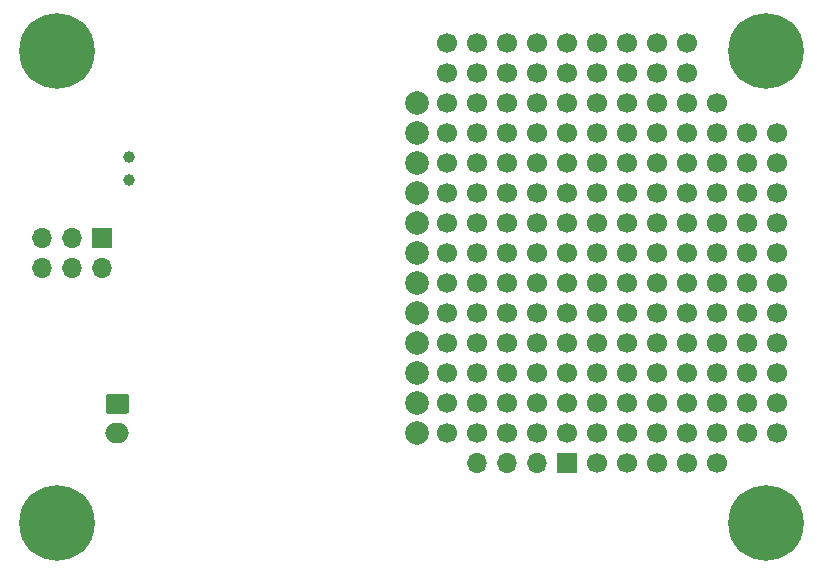
<source format=gbr>
%TF.GenerationSoftware,KiCad,Pcbnew,(5.1.10)-1*%
%TF.CreationDate,2021-09-16T15:44:01+01:00*%
%TF.ProjectId,Eos-Board,456f732d-426f-4617-9264-2e6b69636164,rev?*%
%TF.SameCoordinates,Original*%
%TF.FileFunction,Soldermask,Bot*%
%TF.FilePolarity,Negative*%
%FSLAX46Y46*%
G04 Gerber Fmt 4.6, Leading zero omitted, Abs format (unit mm)*
G04 Created by KiCad (PCBNEW (5.1.10)-1) date 2021-09-16 15:44:01*
%MOMM*%
%LPD*%
G01*
G04 APERTURE LIST*
%ADD10C,1.700000*%
%ADD11C,0.800000*%
%ADD12C,6.400000*%
%ADD13C,1.000000*%
%ADD14O,1.700000X1.700000*%
%ADD15R,1.700000X1.700000*%
%ADD16C,2.000000*%
%ADD17O,2.000000X1.700000*%
G04 APERTURE END LIST*
D10*
%TO.C,REF\u002A\u002A*%
X134620000Y-91440000D03*
%TD*%
%TO.C,REF\u002A\u002A*%
X134620000Y-88900000D03*
%TD*%
%TO.C,REF\u002A\u002A*%
X137160000Y-91440000D03*
%TD*%
%TO.C,REF\u002A\u002A*%
X137160000Y-88900000D03*
%TD*%
%TO.C,REF\u002A\u002A*%
X162560000Y-71120000D03*
%TD*%
%TO.C,REF\u002A\u002A*%
X162560000Y-68580000D03*
%TD*%
%TO.C,REF\u002A\u002A*%
X162560000Y-86360000D03*
%TD*%
%TO.C,REF\u002A\u002A*%
X162560000Y-73660000D03*
%TD*%
%TO.C,REF\u002A\u002A*%
X162560000Y-81280000D03*
%TD*%
%TO.C,REF\u002A\u002A*%
X162560000Y-76200000D03*
%TD*%
%TO.C,REF\u002A\u002A*%
X162560000Y-88900000D03*
%TD*%
%TO.C,REF\u002A\u002A*%
X162560000Y-66040000D03*
%TD*%
%TO.C,REF\u002A\u002A*%
X162560000Y-91440000D03*
%TD*%
%TO.C,REF\u002A\u002A*%
X162560000Y-83820000D03*
%TD*%
%TO.C,REF\u002A\u002A*%
X162560000Y-78740000D03*
%TD*%
%TO.C,REF\u002A\u002A*%
X160020000Y-83820000D03*
%TD*%
%TO.C,REF\u002A\u002A*%
X160020000Y-86360000D03*
%TD*%
%TO.C,REF\u002A\u002A*%
X160020000Y-88900000D03*
%TD*%
%TO.C,REF\u002A\u002A*%
X160020000Y-78740000D03*
%TD*%
%TO.C,REF\u002A\u002A*%
X160020000Y-66040000D03*
%TD*%
%TO.C,REF\u002A\u002A*%
X160020000Y-73660000D03*
%TD*%
%TO.C,REF\u002A\u002A*%
X160020000Y-71120000D03*
%TD*%
%TO.C,REF\u002A\u002A*%
X160020000Y-68580000D03*
%TD*%
%TO.C,REF\u002A\u002A*%
X160020000Y-91440000D03*
%TD*%
%TO.C,REF\u002A\u002A*%
X160020000Y-76200000D03*
%TD*%
%TO.C,REF\u002A\u002A*%
X160020000Y-81280000D03*
%TD*%
%TO.C,REF\u002A\u002A*%
X157480000Y-93980000D03*
%TD*%
%TO.C,REF\u002A\u002A*%
X157480000Y-71120000D03*
%TD*%
%TO.C,REF\u002A\u002A*%
X157480000Y-68580000D03*
%TD*%
%TO.C,REF\u002A\u002A*%
X157480000Y-76200000D03*
%TD*%
%TO.C,REF\u002A\u002A*%
X157480000Y-73660000D03*
%TD*%
%TO.C,REF\u002A\u002A*%
X157480000Y-91440000D03*
%TD*%
%TO.C,REF\u002A\u002A*%
X157480000Y-81280000D03*
%TD*%
%TO.C,REF\u002A\u002A*%
X157480000Y-78740000D03*
%TD*%
%TO.C,REF\u002A\u002A*%
X157480000Y-66040000D03*
%TD*%
%TO.C,REF\u002A\u002A*%
X157480000Y-63500000D03*
%TD*%
%TO.C,REF\u002A\u002A*%
X157480000Y-86360000D03*
%TD*%
%TO.C,REF\u002A\u002A*%
X157480000Y-83820000D03*
%TD*%
%TO.C,REF\u002A\u002A*%
X157480000Y-88900000D03*
%TD*%
%TO.C,REF\u002A\u002A*%
X152400000Y-93980000D03*
%TD*%
%TO.C,REF\u002A\u002A*%
X154940000Y-93980000D03*
%TD*%
%TO.C,REF\u002A\u002A*%
X147320000Y-93980000D03*
%TD*%
%TO.C,REF\u002A\u002A*%
X149860000Y-93980000D03*
%TD*%
%TO.C,REF\u002A\u002A*%
X134620000Y-58420000D03*
%TD*%
%TO.C,REF\u002A\u002A*%
X134620000Y-60960000D03*
%TD*%
%TO.C,REF\u002A\u002A*%
X134620000Y-71120000D03*
%TD*%
%TO.C,REF\u002A\u002A*%
X134620000Y-63500000D03*
%TD*%
%TO.C,REF\u002A\u002A*%
X134620000Y-66040000D03*
%TD*%
%TO.C,REF\u002A\u002A*%
X134620000Y-68580000D03*
%TD*%
%TO.C,REF\u002A\u002A*%
X134620000Y-73660000D03*
%TD*%
%TO.C,REF\u002A\u002A*%
X134620000Y-76200000D03*
%TD*%
%TO.C,REF\u002A\u002A*%
X134620000Y-78740000D03*
%TD*%
%TO.C,REF\u002A\u002A*%
X134620000Y-86360000D03*
%TD*%
%TO.C,REF\u002A\u002A*%
X134620000Y-81280000D03*
%TD*%
%TO.C,REF\u002A\u002A*%
X134620000Y-83820000D03*
%TD*%
%TO.C,REF\u002A\u002A*%
X152400000Y-78740000D03*
%TD*%
%TO.C,REF\u002A\u002A*%
X152400000Y-81280000D03*
%TD*%
%TO.C,REF\u002A\u002A*%
X154940000Y-78740000D03*
%TD*%
%TO.C,REF\u002A\u002A*%
X154940000Y-81280000D03*
%TD*%
%TO.C,REF\u002A\u002A*%
X152400000Y-71120000D03*
%TD*%
%TO.C,REF\u002A\u002A*%
X152400000Y-68580000D03*
%TD*%
%TO.C,REF\u002A\u002A*%
X152400000Y-66040000D03*
%TD*%
%TO.C,REF\u002A\u002A*%
X154940000Y-63500000D03*
%TD*%
%TO.C,REF\u002A\u002A*%
X152400000Y-63500000D03*
%TD*%
%TO.C,REF\u002A\u002A*%
X152400000Y-60960000D03*
%TD*%
%TO.C,REF\u002A\u002A*%
X154940000Y-58420000D03*
%TD*%
%TO.C,REF\u002A\u002A*%
X152400000Y-58420000D03*
%TD*%
%TO.C,REF\u002A\u002A*%
X154940000Y-66040000D03*
%TD*%
%TO.C,REF\u002A\u002A*%
X154940000Y-60960000D03*
%TD*%
%TO.C,REF\u002A\u002A*%
X154940000Y-71120000D03*
%TD*%
%TO.C,REF\u002A\u002A*%
X154940000Y-68580000D03*
%TD*%
%TO.C,REF\u002A\u002A*%
X152400000Y-76200000D03*
%TD*%
%TO.C,REF\u002A\u002A*%
X152400000Y-73660000D03*
%TD*%
%TO.C,REF\u002A\u002A*%
X154940000Y-73660000D03*
%TD*%
%TO.C,REF\u002A\u002A*%
X154940000Y-76200000D03*
%TD*%
%TO.C,REF\u002A\u002A*%
X152400000Y-91440000D03*
%TD*%
%TO.C,REF\u002A\u002A*%
X154940000Y-91440000D03*
%TD*%
%TO.C,REF\u002A\u002A*%
X152400000Y-88900000D03*
%TD*%
%TO.C,REF\u002A\u002A*%
X154940000Y-83820000D03*
%TD*%
%TO.C,REF\u002A\u002A*%
X152400000Y-86360000D03*
%TD*%
%TO.C,REF\u002A\u002A*%
X154940000Y-86360000D03*
%TD*%
%TO.C,REF\u002A\u002A*%
X152400000Y-83820000D03*
%TD*%
%TO.C,REF\u002A\u002A*%
X154940000Y-88900000D03*
%TD*%
%TO.C,REF\u002A\u002A*%
X147320000Y-91440000D03*
%TD*%
%TO.C,REF\u002A\u002A*%
X139700000Y-88900000D03*
%TD*%
%TO.C,REF\u002A\u002A*%
X144780000Y-88900000D03*
%TD*%
%TO.C,REF\u002A\u002A*%
X149860000Y-88900000D03*
%TD*%
%TO.C,REF\u002A\u002A*%
X147320000Y-88900000D03*
%TD*%
%TO.C,REF\u002A\u002A*%
X144780000Y-91440000D03*
%TD*%
%TO.C,REF\u002A\u002A*%
X149860000Y-91440000D03*
%TD*%
%TO.C,REF\u002A\u002A*%
X139700000Y-91440000D03*
%TD*%
%TO.C,REF\u002A\u002A*%
X142240000Y-91440000D03*
%TD*%
%TO.C,REF\u002A\u002A*%
X142240000Y-88900000D03*
%TD*%
%TO.C,REF\u002A\u002A*%
X137160000Y-83820000D03*
%TD*%
%TO.C,REF\u002A\u002A*%
X147320000Y-86360000D03*
%TD*%
%TO.C,REF\u002A\u002A*%
X139700000Y-83820000D03*
%TD*%
%TO.C,REF\u002A\u002A*%
X144780000Y-83820000D03*
%TD*%
%TO.C,REF\u002A\u002A*%
X149860000Y-83820000D03*
%TD*%
%TO.C,REF\u002A\u002A*%
X147320000Y-83820000D03*
%TD*%
%TO.C,REF\u002A\u002A*%
X144780000Y-86360000D03*
%TD*%
%TO.C,REF\u002A\u002A*%
X149860000Y-86360000D03*
%TD*%
%TO.C,REF\u002A\u002A*%
X137160000Y-86360000D03*
%TD*%
%TO.C,REF\u002A\u002A*%
X139700000Y-86360000D03*
%TD*%
%TO.C,REF\u002A\u002A*%
X142240000Y-86360000D03*
%TD*%
%TO.C,REF\u002A\u002A*%
X142240000Y-83820000D03*
%TD*%
%TO.C,REF\u002A\u002A*%
X137160000Y-78740000D03*
%TD*%
%TO.C,REF\u002A\u002A*%
X147320000Y-81280000D03*
%TD*%
%TO.C,REF\u002A\u002A*%
X139700000Y-78740000D03*
%TD*%
%TO.C,REF\u002A\u002A*%
X144780000Y-78740000D03*
%TD*%
%TO.C,REF\u002A\u002A*%
X149860000Y-78740000D03*
%TD*%
%TO.C,REF\u002A\u002A*%
X147320000Y-78740000D03*
%TD*%
%TO.C,REF\u002A\u002A*%
X144780000Y-81280000D03*
%TD*%
%TO.C,REF\u002A\u002A*%
X149860000Y-81280000D03*
%TD*%
%TO.C,REF\u002A\u002A*%
X137160000Y-81280000D03*
%TD*%
%TO.C,REF\u002A\u002A*%
X139700000Y-81280000D03*
%TD*%
%TO.C,REF\u002A\u002A*%
X142240000Y-81280000D03*
%TD*%
%TO.C,REF\u002A\u002A*%
X142240000Y-78740000D03*
%TD*%
%TO.C,REF\u002A\u002A*%
X137160000Y-73660000D03*
%TD*%
%TO.C,REF\u002A\u002A*%
X147320000Y-76200000D03*
%TD*%
%TO.C,REF\u002A\u002A*%
X139700000Y-73660000D03*
%TD*%
%TO.C,REF\u002A\u002A*%
X144780000Y-73660000D03*
%TD*%
%TO.C,REF\u002A\u002A*%
X149860000Y-73660000D03*
%TD*%
%TO.C,REF\u002A\u002A*%
X147320000Y-73660000D03*
%TD*%
%TO.C,REF\u002A\u002A*%
X144780000Y-76200000D03*
%TD*%
%TO.C,REF\u002A\u002A*%
X149860000Y-76200000D03*
%TD*%
%TO.C,REF\u002A\u002A*%
X137160000Y-76200000D03*
%TD*%
%TO.C,REF\u002A\u002A*%
X139700000Y-76200000D03*
%TD*%
%TO.C,REF\u002A\u002A*%
X142240000Y-76200000D03*
%TD*%
%TO.C,REF\u002A\u002A*%
X142240000Y-73660000D03*
%TD*%
%TO.C,REF\u002A\u002A*%
X137160000Y-68580000D03*
%TD*%
%TO.C,REF\u002A\u002A*%
X147320000Y-71120000D03*
%TD*%
%TO.C,REF\u002A\u002A*%
X139700000Y-68580000D03*
%TD*%
%TO.C,REF\u002A\u002A*%
X144780000Y-68580000D03*
%TD*%
%TO.C,REF\u002A\u002A*%
X149860000Y-68580000D03*
%TD*%
%TO.C,REF\u002A\u002A*%
X147320000Y-68580000D03*
%TD*%
%TO.C,REF\u002A\u002A*%
X144780000Y-71120000D03*
%TD*%
%TO.C,REF\u002A\u002A*%
X149860000Y-71120000D03*
%TD*%
%TO.C,REF\u002A\u002A*%
X137160000Y-71120000D03*
%TD*%
%TO.C,REF\u002A\u002A*%
X139700000Y-71120000D03*
%TD*%
%TO.C,REF\u002A\u002A*%
X142240000Y-71120000D03*
%TD*%
%TO.C,REF\u002A\u002A*%
X142240000Y-68580000D03*
%TD*%
%TO.C,REF\u002A\u002A*%
X137160000Y-63500000D03*
%TD*%
%TO.C,REF\u002A\u002A*%
X147320000Y-66040000D03*
%TD*%
%TO.C,REF\u002A\u002A*%
X139700000Y-63500000D03*
%TD*%
%TO.C,REF\u002A\u002A*%
X144780000Y-63500000D03*
%TD*%
%TO.C,REF\u002A\u002A*%
X149860000Y-63500000D03*
%TD*%
%TO.C,REF\u002A\u002A*%
X147320000Y-63500000D03*
%TD*%
%TO.C,REF\u002A\u002A*%
X144780000Y-66040000D03*
%TD*%
%TO.C,REF\u002A\u002A*%
X149860000Y-66040000D03*
%TD*%
%TO.C,REF\u002A\u002A*%
X137160000Y-66040000D03*
%TD*%
%TO.C,REF\u002A\u002A*%
X139700000Y-66040000D03*
%TD*%
%TO.C,REF\u002A\u002A*%
X142240000Y-66040000D03*
%TD*%
%TO.C,REF\u002A\u002A*%
X142240000Y-63500000D03*
%TD*%
%TO.C,REF\u002A\u002A*%
X149860000Y-58420000D03*
%TD*%
%TO.C,REF\u002A\u002A*%
X149860000Y-60960000D03*
%TD*%
%TO.C,REF\u002A\u002A*%
X147320000Y-58420000D03*
%TD*%
%TO.C,REF\u002A\u002A*%
X147320000Y-60960000D03*
%TD*%
%TO.C,REF\u002A\u002A*%
X144780000Y-58420000D03*
%TD*%
%TO.C,REF\u002A\u002A*%
X144780000Y-60960000D03*
%TD*%
%TO.C,REF\u002A\u002A*%
X142240000Y-58420000D03*
%TD*%
%TO.C,REF\u002A\u002A*%
X142240000Y-60960000D03*
%TD*%
%TO.C,REF\u002A\u002A*%
X139700000Y-58420000D03*
%TD*%
%TO.C,REF\u002A\u002A*%
X139700000Y-60960000D03*
%TD*%
%TO.C,REF\u002A\u002A*%
X137160000Y-58420000D03*
%TD*%
%TO.C,REF\u002A\u002A*%
X137160000Y-60960000D03*
%TD*%
D11*
%TO.C,H4*%
X103297056Y-57362944D03*
X101600000Y-56660000D03*
X99902944Y-57362944D03*
X99200000Y-59060000D03*
X99902944Y-60757056D03*
X101600000Y-61460000D03*
X103297056Y-60757056D03*
X104000000Y-59060000D03*
D12*
X101600000Y-59060000D03*
%TD*%
D11*
%TO.C,H3*%
X163297056Y-57362944D03*
X161600000Y-56660000D03*
X159902944Y-57362944D03*
X159200000Y-59060000D03*
X159902944Y-60757056D03*
X161600000Y-61460000D03*
X163297056Y-60757056D03*
X164000000Y-59060000D03*
D12*
X161600000Y-59060000D03*
%TD*%
D11*
%TO.C,H2*%
X163297056Y-97362944D03*
X161600000Y-96660000D03*
X159902944Y-97362944D03*
X159200000Y-99060000D03*
X159902944Y-100757056D03*
X161600000Y-101460000D03*
X163297056Y-100757056D03*
X164000000Y-99060000D03*
D12*
X161600000Y-99060000D03*
%TD*%
D11*
%TO.C,H1*%
X103297056Y-97362944D03*
X101600000Y-96660000D03*
X99902944Y-97362944D03*
X99200000Y-99060000D03*
X99902944Y-100757056D03*
X101600000Y-101460000D03*
X103297056Y-100757056D03*
X104000000Y-99060000D03*
D12*
X101600000Y-99060000D03*
%TD*%
D13*
%TO.C,Y1*%
X107696000Y-69972000D03*
X107696000Y-68072000D03*
%TD*%
D14*
%TO.C,U5*%
X137140000Y-93980000D03*
X139680000Y-93980000D03*
X142220000Y-93980000D03*
D15*
X144760000Y-93980000D03*
%TD*%
D16*
%TO.C,TP12*%
X132080000Y-63500000D03*
%TD*%
%TO.C,TP11*%
X132080000Y-66040000D03*
%TD*%
%TO.C,TP10*%
X132080000Y-68580000D03*
%TD*%
%TO.C,TP9*%
X132080000Y-71120000D03*
%TD*%
%TO.C,TP8*%
X132080000Y-73660000D03*
%TD*%
%TO.C,TP7*%
X132080000Y-76200000D03*
%TD*%
%TO.C,TP6*%
X132080000Y-78740000D03*
%TD*%
%TO.C,TP5*%
X132080000Y-81280000D03*
%TD*%
%TO.C,TP4*%
X132080000Y-83820000D03*
%TD*%
%TO.C,TP3*%
X132080000Y-86360000D03*
%TD*%
%TO.C,TP2*%
X132080000Y-88900000D03*
%TD*%
%TO.C,TP1*%
X132080000Y-91440000D03*
%TD*%
D14*
%TO.C,J2*%
X100330000Y-77470000D03*
X100330000Y-74930000D03*
X102870000Y-77470000D03*
X102870000Y-74930000D03*
X105410000Y-77470000D03*
D15*
X105410000Y-74930000D03*
%TD*%
D17*
%TO.C,J1*%
X106680000Y-91440000D03*
G36*
G01*
X105930000Y-88090000D02*
X107430000Y-88090000D01*
G75*
G02*
X107680000Y-88340000I0J-250000D01*
G01*
X107680000Y-89540000D01*
G75*
G02*
X107430000Y-89790000I-250000J0D01*
G01*
X105930000Y-89790000D01*
G75*
G02*
X105680000Y-89540000I0J250000D01*
G01*
X105680000Y-88340000D01*
G75*
G02*
X105930000Y-88090000I250000J0D01*
G01*
G37*
%TD*%
M02*

</source>
